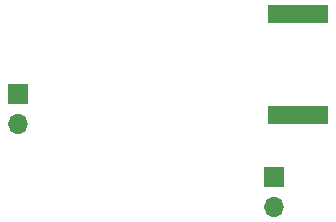
<source format=gbr>
G04 #@! TF.GenerationSoftware,KiCad,Pcbnew,(5.1.9)-1*
G04 #@! TF.CreationDate,2021-04-02T20:50:49-05:00*
G04 #@! TF.ProjectId,coax-probe,636f6178-2d70-4726-9f62-652e6b696361,rev?*
G04 #@! TF.SameCoordinates,Original*
G04 #@! TF.FileFunction,Soldermask,Bot*
G04 #@! TF.FilePolarity,Negative*
%FSLAX46Y46*%
G04 Gerber Fmt 4.6, Leading zero omitted, Abs format (unit mm)*
G04 Created by KiCad (PCBNEW (5.1.9)-1) date 2021-04-02 20:50:49*
%MOMM*%
%LPD*%
G01*
G04 APERTURE LIST*
%ADD10R,5.080000X1.500000*%
%ADD11O,1.700000X1.700000*%
%ADD12R,1.700000X1.700000*%
G04 APERTURE END LIST*
D10*
X182500000Y-51950000D03*
X182500000Y-60450000D03*
D11*
X180500000Y-68240000D03*
D12*
X180500000Y-65700000D03*
D11*
X158800000Y-61240000D03*
D12*
X158800000Y-58700000D03*
M02*

</source>
